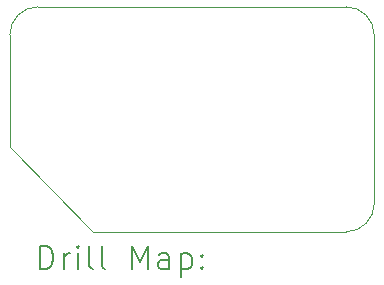
<source format=gbr>
%TF.GenerationSoftware,KiCad,Pcbnew,7.0.5*%
%TF.CreationDate,2024-03-20T17:14:55+08:00*%
%TF.ProjectId,ec11c,65633131-632e-46b6-9963-61645f706362,rev?*%
%TF.SameCoordinates,Original*%
%TF.FileFunction,Drillmap*%
%TF.FilePolarity,Positive*%
%FSLAX45Y45*%
G04 Gerber Fmt 4.5, Leading zero omitted, Abs format (unit mm)*
G04 Created by KiCad (PCBNEW 7.0.5) date 2024-03-20 17:14:55*
%MOMM*%
%LPD*%
G01*
G04 APERTURE LIST*
%ADD10C,0.100000*%
%ADD11C,0.200000*%
G04 APERTURE END LIST*
D10*
X10595791Y-12937666D02*
G75*
G03*
X10357691Y-12699566I-238099J2D01*
G01*
X10357691Y-12699566D02*
X7747700Y-12699566D01*
X10595791Y-12937666D02*
X10595800Y-14366400D01*
X7747700Y-12699566D02*
G75*
G03*
X7509600Y-12937666I6J-238106D01*
G01*
X10357700Y-14604500D02*
G75*
G03*
X10595800Y-14366400I0J238100D01*
G01*
X7509600Y-12937666D02*
X7509600Y-13890134D01*
X8214500Y-14604500D02*
X7509600Y-13890134D01*
X10357700Y-14604500D02*
X8214500Y-14604500D01*
D11*
X7765377Y-14920984D02*
X7765377Y-14720984D01*
X7765377Y-14720984D02*
X7812996Y-14720984D01*
X7812996Y-14720984D02*
X7841567Y-14730508D01*
X7841567Y-14730508D02*
X7860615Y-14749555D01*
X7860615Y-14749555D02*
X7870139Y-14768603D01*
X7870139Y-14768603D02*
X7879662Y-14806698D01*
X7879662Y-14806698D02*
X7879662Y-14835269D01*
X7879662Y-14835269D02*
X7870139Y-14873365D01*
X7870139Y-14873365D02*
X7860615Y-14892412D01*
X7860615Y-14892412D02*
X7841567Y-14911460D01*
X7841567Y-14911460D02*
X7812996Y-14920984D01*
X7812996Y-14920984D02*
X7765377Y-14920984D01*
X7965377Y-14920984D02*
X7965377Y-14787650D01*
X7965377Y-14825746D02*
X7974901Y-14806698D01*
X7974901Y-14806698D02*
X7984424Y-14797174D01*
X7984424Y-14797174D02*
X8003472Y-14787650D01*
X8003472Y-14787650D02*
X8022520Y-14787650D01*
X8089186Y-14920984D02*
X8089186Y-14787650D01*
X8089186Y-14720984D02*
X8079662Y-14730508D01*
X8079662Y-14730508D02*
X8089186Y-14740031D01*
X8089186Y-14740031D02*
X8098710Y-14730508D01*
X8098710Y-14730508D02*
X8089186Y-14720984D01*
X8089186Y-14720984D02*
X8089186Y-14740031D01*
X8212996Y-14920984D02*
X8193948Y-14911460D01*
X8193948Y-14911460D02*
X8184424Y-14892412D01*
X8184424Y-14892412D02*
X8184424Y-14720984D01*
X8317758Y-14920984D02*
X8298710Y-14911460D01*
X8298710Y-14911460D02*
X8289186Y-14892412D01*
X8289186Y-14892412D02*
X8289186Y-14720984D01*
X8546329Y-14920984D02*
X8546329Y-14720984D01*
X8546329Y-14720984D02*
X8612996Y-14863841D01*
X8612996Y-14863841D02*
X8679663Y-14720984D01*
X8679663Y-14720984D02*
X8679663Y-14920984D01*
X8860615Y-14920984D02*
X8860615Y-14816222D01*
X8860615Y-14816222D02*
X8851091Y-14797174D01*
X8851091Y-14797174D02*
X8832044Y-14787650D01*
X8832044Y-14787650D02*
X8793948Y-14787650D01*
X8793948Y-14787650D02*
X8774901Y-14797174D01*
X8860615Y-14911460D02*
X8841567Y-14920984D01*
X8841567Y-14920984D02*
X8793948Y-14920984D01*
X8793948Y-14920984D02*
X8774901Y-14911460D01*
X8774901Y-14911460D02*
X8765377Y-14892412D01*
X8765377Y-14892412D02*
X8765377Y-14873365D01*
X8765377Y-14873365D02*
X8774901Y-14854317D01*
X8774901Y-14854317D02*
X8793948Y-14844793D01*
X8793948Y-14844793D02*
X8841567Y-14844793D01*
X8841567Y-14844793D02*
X8860615Y-14835269D01*
X8955853Y-14787650D02*
X8955853Y-14987650D01*
X8955853Y-14797174D02*
X8974901Y-14787650D01*
X8974901Y-14787650D02*
X9012996Y-14787650D01*
X9012996Y-14787650D02*
X9032044Y-14797174D01*
X9032044Y-14797174D02*
X9041567Y-14806698D01*
X9041567Y-14806698D02*
X9051091Y-14825746D01*
X9051091Y-14825746D02*
X9051091Y-14882888D01*
X9051091Y-14882888D02*
X9041567Y-14901936D01*
X9041567Y-14901936D02*
X9032044Y-14911460D01*
X9032044Y-14911460D02*
X9012996Y-14920984D01*
X9012996Y-14920984D02*
X8974901Y-14920984D01*
X8974901Y-14920984D02*
X8955853Y-14911460D01*
X9136805Y-14901936D02*
X9146329Y-14911460D01*
X9146329Y-14911460D02*
X9136805Y-14920984D01*
X9136805Y-14920984D02*
X9127282Y-14911460D01*
X9127282Y-14911460D02*
X9136805Y-14901936D01*
X9136805Y-14901936D02*
X9136805Y-14920984D01*
X9136805Y-14797174D02*
X9146329Y-14806698D01*
X9146329Y-14806698D02*
X9136805Y-14816222D01*
X9136805Y-14816222D02*
X9127282Y-14806698D01*
X9127282Y-14806698D02*
X9136805Y-14797174D01*
X9136805Y-14797174D02*
X9136805Y-14816222D01*
M02*

</source>
